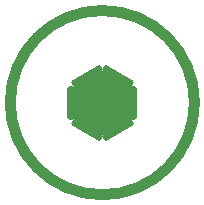
<source format=gbr>
%TF.GenerationSoftware,KiCad,Pcbnew,(6.0.1)*%
%TF.CreationDate,2022-09-09T11:21:20-04:00*%
%TF.ProjectId,SHV_Feedthrough_PulserPCB,5348565f-4665-4656-9474-68726f756768,rev?*%
%TF.SameCoordinates,Original*%
%TF.FileFunction,Copper,L1,Top*%
%TF.FilePolarity,Positive*%
%FSLAX46Y46*%
G04 Gerber Fmt 4.6, Leading zero omitted, Abs format (unit mm)*
G04 Created by KiCad (PCBNEW (6.0.1)) date 2022-09-09 11:21:20*
%MOMM*%
%LPD*%
G01*
G04 APERTURE LIST*
G04 Aperture macros list*
%AMRoundRect*
0 Rectangle with rounded corners*
0 $1 Rounding radius*
0 $2 $3 $4 $5 $6 $7 $8 $9 X,Y pos of 4 corners*
0 Add a 4 corners polygon primitive as box body*
4,1,4,$2,$3,$4,$5,$6,$7,$8,$9,$2,$3,0*
0 Add four circle primitives for the rounded corners*
1,1,$1+$1,$2,$3*
1,1,$1+$1,$4,$5*
1,1,$1+$1,$6,$7*
1,1,$1+$1,$8,$9*
0 Add four rect primitives between the rounded corners*
20,1,$1+$1,$2,$3,$4,$5,0*
20,1,$1+$1,$4,$5,$6,$7,0*
20,1,$1+$1,$6,$7,$8,$9,0*
20,1,$1+$1,$8,$9,$2,$3,0*%
G04 Aperture macros list end*
%TA.AperFunction,NonConductor*%
%ADD10C,0.900000*%
%TD*%
%TA.AperFunction,SMDPad,CuDef*%
%ADD11RoundRect,0.150000X-0.150000X-1.300000X0.150000X-1.300000X0.150000X1.300000X-0.150000X1.300000X0*%
%TD*%
%TA.AperFunction,SMDPad,CuDef*%
%ADD12RoundRect,0.150000X0.150000X1.300000X-0.150000X1.300000X-0.150000X-1.300000X0.150000X-1.300000X0*%
%TD*%
%TA.AperFunction,SMDPad,CuDef*%
%ADD13RoundRect,0.150000X-1.200833X-0.520096X-1.050833X-0.779904X1.200833X0.520096X1.050833X0.779904X0*%
%TD*%
%TA.AperFunction,SMDPad,CuDef*%
%ADD14RoundRect,0.150000X1.200833X0.520096X1.050833X0.779904X-1.200833X-0.520096X-1.050833X-0.779904X0*%
%TD*%
%TA.AperFunction,SMDPad,CuDef*%
%ADD15RoundRect,0.150000X-1.050833X0.779904X-1.200833X0.520096X1.050833X-0.779904X1.200833X-0.520096X0*%
%TD*%
%TA.AperFunction,SMDPad,CuDef*%
%ADD16RoundRect,0.150000X1.050833X-0.779904X1.200833X-0.520096X-1.050833X0.779904X-1.200833X0.520096X0*%
%TD*%
%TA.AperFunction,ComponentPad*%
%ADD17C,0.910000*%
%TD*%
%TA.AperFunction,ComponentPad*%
%ADD18C,5.400000*%
%TD*%
G04 APERTURE END LIST*
D10*
X161800000Y-76000000D02*
G75*
G03*
X161800000Y-76000000I-7800000J0D01*
G01*
D11*
%TO.P,C1,1*%
%TO.N,Net-(C1-Pad1)*%
X156631997Y-76000000D03*
D12*
%TO.P,C1,2*%
%TO.N,Net-(C1-Pad2)*%
X161719997Y-76000000D03*
%TD*%
D13*
%TO.P,C6,1*%
%TO.N,Net-(C1-Pad1)*%
X155316000Y-78279379D03*
D14*
%TO.P,C6,2*%
%TO.N,Net-(C1-Pad2)*%
X157860000Y-82685716D03*
%TD*%
D15*
%TO.P,C5,1*%
%TO.N,Net-(C1-Pad1)*%
X152684000Y-78279379D03*
D16*
%TO.P,C5,2*%
%TO.N,Net-(C1-Pad2)*%
X150140000Y-82685716D03*
%TD*%
%TO.P,C2,1*%
%TO.N,Net-(C1-Pad1)*%
X155315997Y-73720621D03*
D15*
%TO.P,C2,2*%
%TO.N,Net-(C1-Pad2)*%
X157859997Y-69314284D03*
%TD*%
D14*
%TO.P,C3,1*%
%TO.N,Net-(C1-Pad1)*%
X152684000Y-73720621D03*
D13*
%TO.P,C3,2*%
%TO.N,Net-(C1-Pad2)*%
X150140000Y-69314284D03*
%TD*%
D12*
%TO.P,C4,1*%
%TO.N,Net-(C1-Pad1)*%
X151368000Y-76000000D03*
D11*
%TO.P,C4,2*%
%TO.N,Net-(C1-Pad2)*%
X146280000Y-76000000D03*
%TD*%
D17*
%TO.P,J2,1,Pin_1*%
%TO.N,Net-(C1-Pad1)*%
X160755000Y-79900000D03*
%TD*%
%TO.P,J3,1,Pin_1*%
%TO.N,Net-(C1-Pad1)*%
X147245000Y-79900000D03*
%TD*%
%TO.P,J7,1,Pin_1*%
%TO.N,Net-(C1-Pad1)*%
X154000000Y-83800000D03*
%TD*%
%TO.P,J5,1,Pin_1*%
%TO.N,Net-(C1-Pad1)*%
X160755000Y-72100000D03*
%TD*%
D18*
%TO.P,J1,1,Pin_1*%
%TO.N,Net-(C1-Pad2)*%
X154000000Y-76000000D03*
%TD*%
D17*
%TO.P,J6,1,Pin_1*%
%TO.N,Net-(C1-Pad1)*%
X147245000Y-72100000D03*
%TD*%
%TO.P,J4,1,Pin_1*%
%TO.N,Net-(C1-Pad1)*%
X154000000Y-68200000D03*
%TD*%
M02*

</source>
